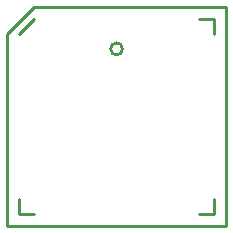
<source format=gbr>
G04 start of page 6 for group -4079 idx -4079 *
G04 Title: (unknown), topsilk *
G04 Creator: pcb 1.99z *
G04 CreationDate: Wed 21 Dec 2011 08:01:34 PM GMT UTC *
G04 For: dijkstra *
G04 Format: Gerber/RS-274X *
G04 PCB-Dimensions: 135000 80000 *
G04 PCB-Coordinate-Origin: lower left *
%MOIN*%
%FSLAX25Y25*%
%LNTOPSILK*%
%ADD22C,0.0100*%
G54D22*X75000Y71000D02*X80000D01*
Y66000D01*
Y11000D02*Y6000D01*
X75000D01*
X20000D02*X15000D01*
Y11000D01*
Y66000D02*X20000Y71000D01*
Y75000D02*X84000D01*
Y2000D01*
X11000D01*
Y66000D01*
X20000Y75000D01*
X45500Y61000D02*G75*G03X45500Y61000I2000J0D01*G01*
M02*

</source>
